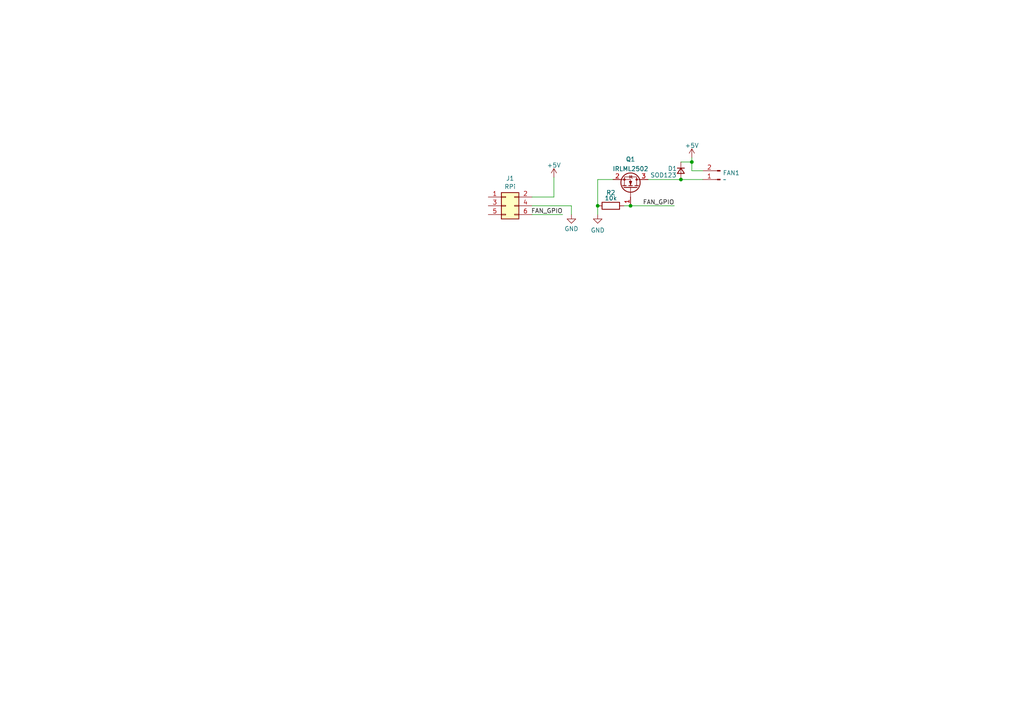
<source format=kicad_sch>
(kicad_sch (version 20230121) (generator eeschema)
  (paper "A4")
  (lib_symbols
    (symbol "Connector:Conn_01x02_Male" (pin_names (offset 1.016) hide)
      (property "Reference" "J" (at 0 2.54 0))
      (property "Value" "Conn_01x02_Male" (at 0 -5.08 0))
      (symbol "Conn_01x02_Male_1_1"
        (polyline (pts (xy 1.27 -2.54) (xy 0.8636 -2.54)) (stroke (width 0.1524)))
        (polyline (pts (xy 1.27 0) (xy 0.8636 0)) (stroke (width 0.1524)))
        (rectangle (start 0.8636 -2.413) (end 0 -2.667) (stroke (width 0.1524)) (fill (type outline)))
        (rectangle (start 0.8636 0.127) (end 0 -0.127) (stroke (width 0.1524)) (fill (type outline)))
        (pin passive line (at 5.08 0 180) (length 3.81) (name "Pin_1") (number "1"))
        (pin passive line (at 5.08 -2.54 180) (length 3.81) (name "Pin_2") (number "2"))
      )
    )
    (symbol "Connector_Generic:Conn_02x03_Odd_Even" (pin_names (offset 1.016) hide)
      (property "Reference" "J" (at 1.27 5.08 0))
      (property "Value" "Conn_02x03_Odd_Even" (at 1.27 -5.08 0))
      (symbol "Conn_02x03_Odd_Even_1_1"
        (rectangle (start -1.27 -2.413) (end 0 -2.667) (stroke (width 0.1524)))
        (rectangle (start -1.27 0.127) (end 0 -0.127) (stroke (width 0.1524)))
        (rectangle (start -1.27 2.667) (end 0 2.413) (stroke (width 0.1524)))
        (rectangle (start -1.27 3.81) (end 3.81 -3.81) (stroke (width 0.254)) (fill (type background)))
        (rectangle (start 3.81 -2.413) (end 2.54 -2.667) (stroke (width 0.1524)))
        (rectangle (start 3.81 0.127) (end 2.54 -0.127) (stroke (width 0.1524)))
        (rectangle (start 3.81 2.667) (end 2.54 2.413) (stroke (width 0.1524)))
        (pin passive line (at -5.08 2.54 0) (length 3.81) (name "Pin_1") (number "1"))
        (pin passive line (at 7.62 2.54 180) (length 3.81) (name "Pin_2") (number "2"))
        (pin passive line (at -5.08 0 0) (length 3.81) (name "Pin_3") (number "3"))
        (pin passive line (at 7.62 0 180) (length 3.81) (name "Pin_4") (number "4"))
        (pin passive line (at -5.08 -2.54 0) (length 3.81) (name "Pin_5") (number "5"))
        (pin passive line (at 7.62 -2.54 180) (length 3.81) (name "Pin_6") (number "6"))
      )
    )
    (symbol "Device:D_Small" (pin_numbers hide) (pin_names (offset 0.254) hide)
      (property "Reference" "D" (at -1.27 2.032 0))
      (property "Value" "D_Small" (at -3.81 -2.032 0))
      (symbol "D_Small_0_1"
        (polyline (pts (xy -0.762 -1.016) (xy -0.762 1.016)) (stroke (width 0.254)))
        (polyline (pts (xy -0.762 0) (xy 0.762 0)))
        (polyline (pts (xy 0.762 -1.016) (xy -0.762 0) (xy 0.762 1.016) (xy 0.762 -1.016)) (stroke (width 0.254)))
      )
      (symbol "D_Small_1_1"
        (pin passive line (at -2.54 0 0) (length 1.778) (name "K") (number "1"))
        (pin passive line (at 2.54 0 180) (length 1.778) (name "A") (number "2"))
      )
    )
    (symbol "Device:R" (pin_numbers hide) (pin_names (offset 0))
      (property "Reference" "R" (at 2.032 0 90))
      (property "Value" "R" (at 0 0 90))
      (symbol "R_0_1"
        (rectangle (start -1.016 -2.54) (end 1.016 2.54) (stroke (width 0.254)))
      )
      (symbol "R_1_1"
        (pin passive line (at 0 3.81 270) (length 1.27) (name "~") (number "1"))
        (pin passive line (at 0 -3.81 90) (length 1.27) (name "~") (number "2"))
      )
    )
    (symbol "Transistor_FET:IRLML2060" (pin_names hide)
      (property "Reference" "Q" (at 5.08 1.905 0))
      (property "Value" "IRLML2060" (at 5.08 0 0))
      (symbol "IRLML2060_0_1"
        (polyline (pts (xy 0.254 0) (xy -2.54 0)))
        (polyline (pts (xy 0.254 1.905) (xy 0.254 -1.905)) (stroke (width 0.254)))
        (polyline (pts (xy 0.762 -1.27) (xy 0.762 -2.286)) (stroke (width 0.254)))
        (polyline (pts (xy 0.762 0.508) (xy 0.762 -0.508)) (stroke (width 0.254)))
        (polyline (pts (xy 0.762 2.286) (xy 0.762 1.27)) (stroke (width 0.254)))
        (polyline (pts (xy 2.54 2.54) (xy 2.54 1.778)))
        (polyline (pts (xy 2.54 -2.54) (xy 2.54 0) (xy 0.762 0)))
        (polyline (pts (xy 0.762 -1.778) (xy 3.302 -1.778) (xy 3.302 1.778) (xy 0.762 1.778)))
        (polyline (pts (xy 1.016 0) (xy 2.032 0.381) (xy 2.032 -0.381) (xy 1.016 0)) (fill (type outline)))
        (polyline (pts (xy 2.794 0.508) (xy 2.921 0.381) (xy 3.683 0.381) (xy 3.81 0.254)))
        (polyline (pts (xy 3.302 0.381) (xy 2.921 -0.254) (xy 3.683 -0.254) (xy 3.302 0.381)))
        (circle (center 1.651 0) (radius 2.794) (stroke (width 0.254)))
        (circle (center 2.54 -1.778) (radius 0.254) (fill (type outline)))
        (circle (center 2.54 1.778) (radius 0.254) (fill (type outline)))
      )
      (symbol "IRLML2060_1_1"
        (pin input line (at -5.08 0 0) (length 2.54) (name "G") (number "1"))
        (pin passive line (at 2.54 -5.08 90) (length 2.54) (name "S") (number "2"))
        (pin passive line (at 2.54 5.08 270) (length 2.54) (name "D") (number "3"))
      )
    )
    (symbol "power:+5V" (power) (pin_names (offset 0))
      (property "Value" "+5V" (at 0 3.556 0))
      (symbol "+5V_0_1"
        (polyline (pts (xy -0.762 1.27) (xy 0 2.54)))
        (polyline (pts (xy 0 0) (xy 0 2.54)))
        (polyline (pts (xy 0 2.54) (xy 0.762 1.27)))
      )
      (symbol "+5V_1_1"
        (pin power_in line (at 0 0 90) (length 0) hide (name "+5V") (number "1"))
      )
    )
    (symbol "power:GND" (power) (pin_names (offset 0))
      (property "Value" "GND" (at 0 -3.81 0))
      (symbol "GND_0_1"
        (polyline (pts (xy 0 0) (xy 0 -1.27) (xy 1.27 -1.27) (xy 0 -2.54) (xy -1.27 -1.27) (xy 0 -1.27)))
      )
      (symbol "GND_1_1"
        (pin power_in line (at 0 0 270) (length 0) hide (name "GND") (number "1"))
      )
    )
  )
  (junction (at 182.88 59.69))
  (junction (at 197.485 52.07))
  (junction (at 173.355 59.69))
  (junction (at 200.66 46.99))
  (wire (pts (xy 173.355 52.07) (xy 173.355 59.69)))
  (wire (pts (xy 187.96 52.07) (xy 197.485 52.07)))
  (wire (pts (xy 197.485 52.07) (xy 203.835 52.07)))
  (wire (pts (xy 154.305 57.15) (xy 160.655 57.15)))
  (wire (pts (xy 203.835 49.53) (xy 200.66 49.53)))
  (wire (pts (xy 173.355 59.69) (xy 173.355 62.23)))
  (wire (pts (xy 182.88 59.69) (xy 195.58 59.69)))
  (wire (pts (xy 154.305 62.23) (xy 163.195 62.23)))
  (wire (pts (xy 200.66 46.99) (xy 200.66 49.53)))
  (wire (pts (xy 154.305 59.69) (xy 165.735 59.69)))
  (wire (pts (xy 160.655 51.435) (xy 160.655 57.15)))
  (wire (pts (xy 200.66 45.72) (xy 200.66 46.99)))
  (wire (pts (xy 197.485 46.99) (xy 200.66 46.99)))
  (wire (pts (xy 180.975 59.69) (xy 182.88 59.69)))
  (wire (pts (xy 177.8 52.07) (xy 173.355 52.07)))
  (wire (pts (xy 165.735 59.69) (xy 165.735 62.23)))
  (label "FAN_GPIO" (at 195.58 59.69 180))
  (label "FAN_GPIO" (at 163.195 62.23 180))
  (symbol (lib_id "power:+5V") (at 160.655 51.435 0) (unit 1)
    (property "Reference" "#PWR01" (effects hide))
    (property "Value" "+5V" (at 160.655 47.9331 0))
  )
  (symbol (lib_id "power:GND") (at 165.735 62.23 0) (unit 1)
    (property "Reference" "#PWR02" (effects hide))
    (property "Value" "GND" (at 165.735 66.3655 0))
  )
  (symbol (lib_id "power:+5V") (at 200.66 45.72 0) (unit 1)
    (property "Reference" "#PWR05" (effects hide))
    (property "Value" "+5V" (at 200.66 42.2181 0))
  )
  (symbol (lib_id "Device:R") (at 177.165 59.69 90) (unit 1)
    (property "Reference" "R2" (at 177.165 55.88 90))
    (property "Value" "10k" (at 177.165 57.4826 90))
    (property "Footprint" "Resistor_SMD:R_0805_2012Metric_Pad1.20x1.40mm_HandSolder" (effects hide))
  )
  (symbol (lib_id "Connector_Generic:Conn_02x03_Odd_Even") (at 146.685 59.69 0) (unit 1)
    (property "Reference" "J1" (at 147.955 51.7357 0))
    (property "Value" "RPi" (at 147.955 54.1599 0))
    (property "Footprint" "Connector_PinSocket_2.54mm:PinSocket_2x03_P2.54mm_Vertical" (effects hide))
  )
  (symbol (lib_id "Device:D_Small") (at 197.485 49.53 270) (unit 1)
    (property "Reference" "D1" (at 193.675 48.895 90) (effects (justify left)))
    (property "Value" "SOD123" (at 188.595 50.8 90) (effects (justify left)))
    (property "Footprint" "Diode_SMD:D_SOD-123" (effects hide))
  )
  (symbol (lib_id "Transistor_FET:IRLML2060") (at 182.88 54.61 270) (mirror x) (unit 1)
    (property "Reference" "Q1" (at 182.88 46.1985 90))
    (property "Value" "IRLML2502" (at 182.88 48.9736 90))
    (property "Footprint" "Package_TO_SOT_SMD:SOT-23" (effects hide))
    (property "Datasheet" "https://www.infineon.com/dgdl/irlml2060pbf.pdf?fileId=5546d462533600a401535664b7fb25ee" (effects hide))
  )
  (symbol (lib_id "Connector:Conn_01x02_Male") (at 208.915 52.07 180) (unit 1)
    (property "Reference" "FAN1" (at 209.6262 50.1563 0) (effects (justify right)))
    (property "Value" "~" (at 209.6262 52.0773 0) (effects (justify right)))
    (property "Footprint" "Connector_PinHeader_2.54mm:PinHeader_1x02_P2.54mm_Vertical" (effects hide))
  )
  (symbol (lib_id "power:GND") (at 173.355 62.23 0) (unit 1)
    (property "Reference" "#PWR04" (effects hide))
    (property "Value" "GND" (at 173.355 66.7925 0))
  )
)
</source>
